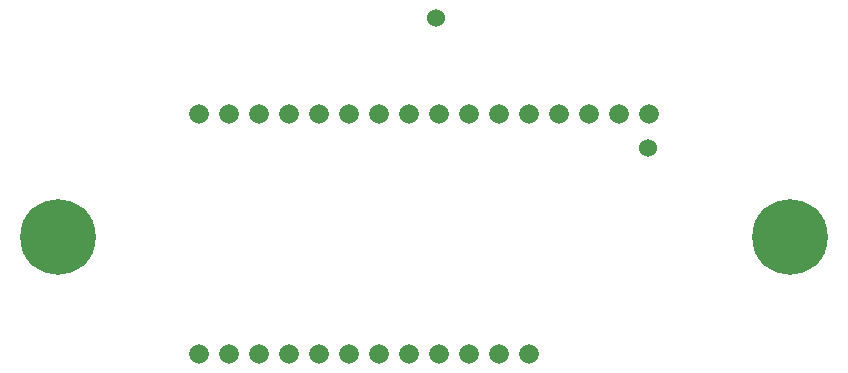
<source format=gbr>
%TF.GenerationSoftware,KiCad,Pcbnew,(6.0.0)*%
%TF.CreationDate,2022-02-26T12:31:53-08:00*%
%TF.ProjectId,Dog_Tracker,446f675f-5472-4616-936b-65722e6b6963,rev?*%
%TF.SameCoordinates,Original*%
%TF.FileFunction,Soldermask,Bot*%
%TF.FilePolarity,Negative*%
%FSLAX46Y46*%
G04 Gerber Fmt 4.6, Leading zero omitted, Abs format (unit mm)*
G04 Created by KiCad (PCBNEW (6.0.0)) date 2022-02-26 12:31:53*
%MOMM*%
%LPD*%
G01*
G04 APERTURE LIST*
%ADD10C,6.400000*%
%ADD11C,1.524000*%
%ADD12C,1.665000*%
G04 APERTURE END LIST*
D10*
%TO.C,LS1*%
X131250000Y-104100000D03*
X69250000Y-104100000D03*
D11*
X101266000Y-85558000D03*
X119173000Y-96607000D03*
%TD*%
D12*
%TO.C,IC1*%
X81200000Y-93740000D03*
X83740000Y-93740000D03*
X86280000Y-93740000D03*
X88820000Y-93740000D03*
X91360000Y-93740000D03*
X93900000Y-93740000D03*
X96440000Y-93740000D03*
X98980000Y-93740000D03*
X101520000Y-93740000D03*
X104060000Y-93740000D03*
X106600000Y-93740000D03*
X109140000Y-93740000D03*
X111680000Y-93740000D03*
X114220000Y-93740000D03*
X116760000Y-93740000D03*
X119300000Y-93740000D03*
X109140000Y-114060000D03*
X106600000Y-114060000D03*
X104060000Y-114060000D03*
X101520000Y-114060000D03*
X98980000Y-114060000D03*
X96440000Y-114060000D03*
X93900000Y-114060000D03*
X91360000Y-114060000D03*
X88820000Y-114060000D03*
X86280000Y-114060000D03*
X83740000Y-114060000D03*
X81200000Y-114060000D03*
%TD*%
M02*

</source>
